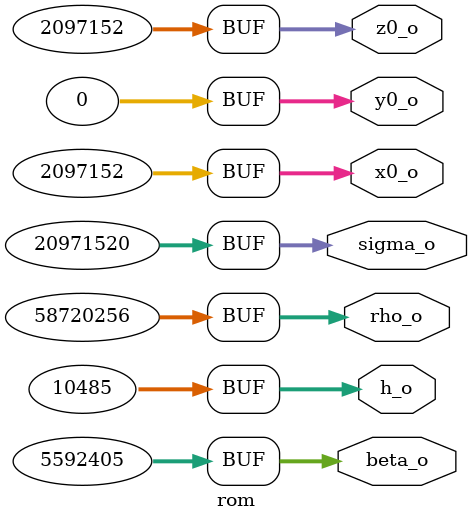
<source format=v>
module rom #(
   parameter Width = 32
) (
  output [Width-1:0] sigma_o,
  output [Width-1:0] beta_o,
  output [Width-1:0] rho_o,
	output [Width-1:0] h_o,
	output [Width-1:0] x0_o,
	output [Width-1:0] y0_o,
	output [Width-1:0] z0_o
);

  assign sigma_o = 32'b00000001010000000000000000000000; // 10.00000
	assign beta_o  = 32'b00000000010101010101010101010101; // 2.66667
	assign rho_o   = 32'b00000011100000000000000000000000; // 28.00000
	assign h_o     = 32'b00000000000000000010100011110101; // 0.00500
	assign x0_o    = 32'b00000000001000000000000000000000; // 1.00000
	assign y0_o    = 32'b00000000000000000000000000000000; // 0.00000
	assign z0_o    = 32'b00000000001000000000000000000000; // 1.00000
endmodule
</source>
